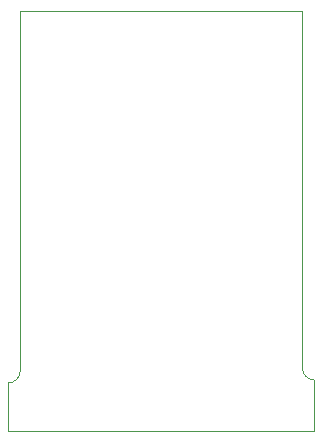
<source format=gbr>
%TF.GenerationSoftware,KiCad,Pcbnew,(6.0.9)*%
%TF.CreationDate,2022-12-15T20:33:27+01:00*%
%TF.ProjectId,8view,38766965-772e-46b6-9963-61645f706362,rev?*%
%TF.SameCoordinates,Original*%
%TF.FileFunction,Profile,NP*%
%FSLAX46Y46*%
G04 Gerber Fmt 4.6, Leading zero omitted, Abs format (unit mm)*
G04 Created by KiCad (PCBNEW (6.0.9)) date 2022-12-15 20:33:27*
%MOMM*%
%LPD*%
G01*
G04 APERTURE LIST*
%TA.AperFunction,Profile*%
%ADD10C,0.100000*%
%TD*%
G04 APERTURE END LIST*
D10*
X135382000Y-147320000D02*
X135382000Y-116840000D01*
X159258000Y-116840000D02*
X159258000Y-147066000D01*
X135382000Y-116840000D02*
X159258000Y-116840000D01*
X160274000Y-148082000D02*
X160274000Y-152400000D01*
X159258000Y-147066000D02*
G75*
G03*
X160274000Y-148082000I1016000J0D01*
G01*
X134366000Y-152400000D02*
X134366000Y-148336000D01*
X160274000Y-152400000D02*
X134366000Y-152400000D01*
X134366000Y-148336000D02*
G75*
G03*
X135382000Y-147320000I0J1016000D01*
G01*
M02*

</source>
